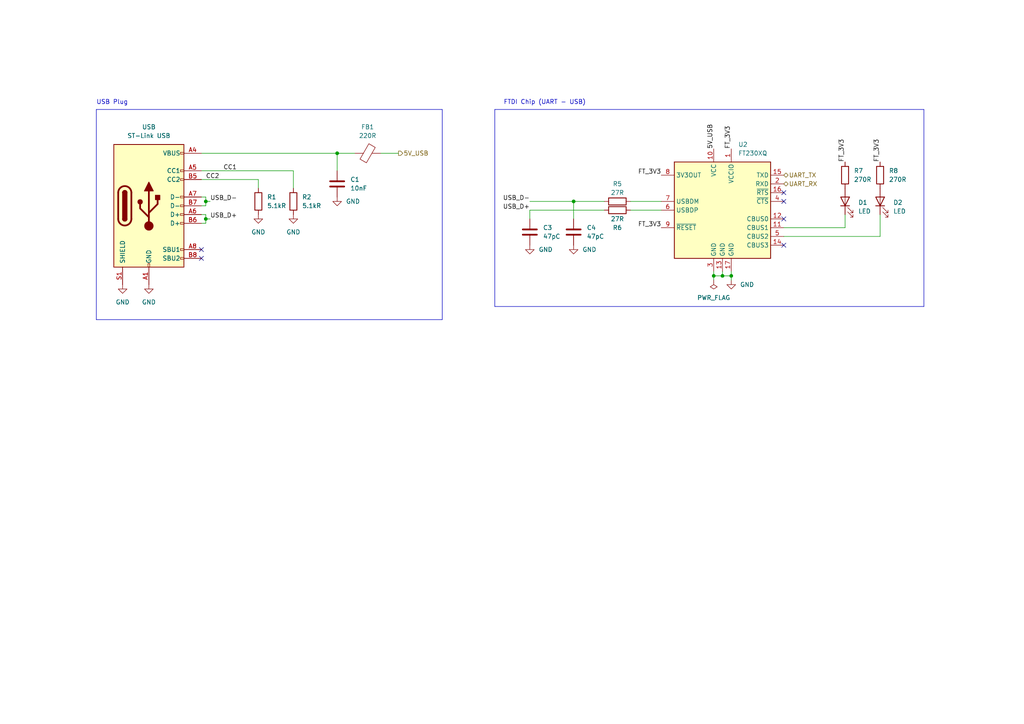
<source format=kicad_sch>
(kicad_sch (version 20221206) (generator eeschema)
  (paper "A4")
  (lib_symbols
    (symbol "Connector:USB_C_Receptacle_USB2.0" (pin_names (offset 1.016))
      (property "Reference" "J" (at -10.16 19.05 0))
      (property "Value" "USB_C_Receptacle_USB2.0" (at 19.05 19.05 0))
      (symbol "USB_C_Receptacle_USB2.0_0_0"
        (rectangle (start -0.254 -17.78) (end 0.254 -16.764))
        (rectangle (start 10.16 -14.986) (end 9.144 -15.494))
        (rectangle (start 10.16 -12.446) (end 9.144 -12.954))
        (rectangle (start 10.16 -4.826) (end 9.144 -5.334))
        (rectangle (start 10.16 -2.286) (end 9.144 -2.794))
        (rectangle (start 10.16 0.254) (end 9.144 -0.254))
        (rectangle (start 10.16 2.794) (end 9.144 2.286))
        (rectangle (start 10.16 7.874) (end 9.144 7.366))
        (rectangle (start 10.16 10.414) (end 9.144 9.906))
        (rectangle (start 10.16 15.494) (end 9.144 14.986))
      )
      (symbol "USB_C_Receptacle_USB2.0_0_1"
        (rectangle (start -10.16 17.78) (end 10.16 -17.78) (stroke (width 0.254)) (fill (type background)))
        (arc (start -8.89 -3.81) (mid -6.985 -5.7067) (end -5.08 -3.81) (stroke (width 0.508)))
        (arc (start -7.62 -3.81) (mid -6.985 -4.4423) (end -6.35 -3.81) (stroke (width 0.254)))
        (arc (start -7.62 -3.81) (mid -6.985 -4.4423) (end -6.35 -3.81) (stroke (width 0.254)) (fill (type outline)))
        (rectangle (start -7.62 -3.81) (end -6.35 3.81) (stroke (width 0.254)) (fill (type outline)))
        (arc (start -6.35 3.81) (mid -6.985 4.4423) (end -7.62 3.81) (stroke (width 0.254)))
        (arc (start -6.35 3.81) (mid -6.985 4.4423) (end -7.62 3.81) (stroke (width 0.254)) (fill (type outline)))
        (arc (start -5.08 3.81) (mid -6.985 5.7067) (end -8.89 3.81) (stroke (width 0.508)))
        (circle (center -2.54 1.143) (radius 0.635) (stroke (width 0.254)) (fill (type outline)))
        (circle (center 0 -5.842) (radius 1.27) (fill (type outline)))
        (polyline (pts (xy -8.89 -3.81) (xy -8.89 3.81)) (stroke (width 0.508)))
        (polyline (pts (xy -5.08 3.81) (xy -5.08 -3.81)) (stroke (width 0.508)))
        (polyline (pts (xy 0 -5.842) (xy 0 4.318)) (stroke (width 0.508)))
        (polyline (pts (xy 0 -3.302) (xy -2.54 -0.762) (xy -2.54 0.508)) (stroke (width 0.508)))
        (polyline (pts (xy 0 -2.032) (xy 2.54 0.508) (xy 2.54 1.778)) (stroke (width 0.508)))
        (polyline (pts (xy -1.27 4.318) (xy 0 6.858) (xy 1.27 4.318) (xy -1.27 4.318)) (stroke (width 0.254)) (fill (type outline)))
        (rectangle (start 1.905 1.778) (end 3.175 3.048) (stroke (width 0.254)) (fill (type outline)))
      )
      (symbol "USB_C_Receptacle_USB2.0_1_1"
        (pin passive line (at 0 -22.86 90) (length 5.08) (name "GND") (number "A1"))
        (pin passive line (at 0 -22.86 90) (length 5.08) hide (name "GND") (number "A12"))
        (pin passive line (at 15.24 15.24 180) (length 5.08) (name "VBUS") (number "A4"))
        (pin bidirectional line (at 15.24 10.16 180) (length 5.08) (name "CC1") (number "A5"))
        (pin bidirectional line (at 15.24 -2.54 180) (length 5.08) (name "D+") (number "A6"))
        (pin bidirectional line (at 15.24 2.54 180) (length 5.08) (name "D-") (number "A7"))
        (pin bidirectional line (at 15.24 -12.7 180) (length 5.08) (name "SBU1") (number "A8"))
        (pin passive line (at 15.24 15.24 180) (length 5.08) hide (name "VBUS") (number "A9"))
        (pin passive line (at 0 -22.86 90) (length 5.08) hide (name "GND") (number "B1"))
        (pin passive line (at 0 -22.86 90) (length 5.08) hide (name "GND") (number "B12"))
        (pin passive line (at 15.24 15.24 180) (length 5.08) hide (name "VBUS") (number "B4"))
        (pin bidirectional line (at 15.24 7.62 180) (length 5.08) (name "CC2") (number "B5"))
        (pin bidirectional line (at 15.24 -5.08 180) (length 5.08) (name "D+") (number "B6"))
        (pin bidirectional line (at 15.24 0 180) (length 5.08) (name "D-") (number "B7"))
        (pin bidirectional line (at 15.24 -15.24 180) (length 5.08) (name "SBU2") (number "B8"))
        (pin passive line (at 15.24 15.24 180) (length 5.08) hide (name "VBUS") (number "B9"))
        (pin passive line (at -7.62 -22.86 90) (length 5.08) (name "SHIELD") (number "S1"))
      )
    )
    (symbol "Device:C" (pin_numbers hide) (pin_names (offset 0.254))
      (property "Reference" "C" (at 0.635 2.54 0))
      (property "Value" "C" (at 0.635 -2.54 0))
      (symbol "C_0_1"
        (polyline (pts (xy -2.032 -0.762) (xy 2.032 -0.762)) (stroke (width 0.508)))
        (polyline (pts (xy -2.032 0.762) (xy 2.032 0.762)) (stroke (width 0.508)))
      )
      (symbol "C_1_1"
        (pin passive line (at 0 3.81 270) (length 2.794) (name "~") (number "1"))
        (pin passive line (at 0 -3.81 90) (length 2.794) (name "~") (number "2"))
      )
    )
    (symbol "Device:FerriteBead" (pin_numbers hide) (pin_names (offset 0))
      (property "Reference" "FB" (at -3.81 0.635 90))
      (property "Value" "FerriteBead" (at 3.81 0 90))
      (symbol "FerriteBead_0_1"
        (polyline (pts (xy 0 -1.27) (xy 0 -1.2192)))
        (polyline (pts (xy 0 1.27) (xy 0 1.2954)))
        (polyline (pts (xy -2.7686 0.4064) (xy -1.7018 2.2606) (xy 2.7686 -0.3048) (xy 1.6764 -2.159) (xy -2.7686 0.4064)))
      )
      (symbol "FerriteBead_1_1"
        (pin passive line (at 0 3.81 270) (length 2.54) (name "~") (number "1"))
        (pin passive line (at 0 -3.81 90) (length 2.54) (name "~") (number "2"))
      )
    )
    (symbol "Device:LED" (pin_numbers hide) (pin_names (offset 1.016) hide)
      (property "Reference" "D" (at 0 2.54 0))
      (property "Value" "LED" (at 0 -2.54 0))
      (symbol "LED_0_1"
        (polyline (pts (xy -1.27 -1.27) (xy -1.27 1.27)) (stroke (width 0.254)))
        (polyline (pts (xy -1.27 0) (xy 1.27 0)))
        (polyline (pts (xy 1.27 -1.27) (xy 1.27 1.27) (xy -1.27 0) (xy 1.27 -1.27)) (stroke (width 0.254)))
        (polyline (pts (xy -3.048 -0.762) (xy -4.572 -2.286) (xy -3.81 -2.286) (xy -4.572 -2.286) (xy -4.572 -1.524)))
        (polyline (pts (xy -1.778 -0.762) (xy -3.302 -2.286) (xy -2.54 -2.286) (xy -3.302 -2.286) (xy -3.302 -1.524)))
      )
      (symbol "LED_1_1"
        (pin passive line (at -3.81 0 0) (length 2.54) (name "K") (number "1"))
        (pin passive line (at 3.81 0 180) (length 2.54) (name "A") (number "2"))
      )
    )
    (symbol "Device:R" (pin_numbers hide) (pin_names (offset 0))
      (property "Reference" "R" (at 2.032 0 90))
      (property "Value" "R" (at 0 0 90))
      (symbol "R_0_1"
        (rectangle (start -1.016 -2.54) (end 1.016 2.54) (stroke (width 0.254)))
      )
      (symbol "R_1_1"
        (pin passive line (at 0 3.81 270) (length 1.27) (name "~") (number "1"))
        (pin passive line (at 0 -3.81 90) (length 1.27) (name "~") (number "2"))
      )
    )
    (symbol "Interface_USB:FT230XQ"
      (property "Reference" "U" (at -13.97 15.24 0))
      (property "Value" "FT230XQ" (at 7.62 15.24 0))
      (symbol "FT230XQ_0_1"
        (rectangle (start -13.97 13.97) (end 13.97 -13.97) (stroke (width 0.254)) (fill (type background)))
      )
      (symbol "FT230XQ_1_1"
        (pin power_in line (at 2.54 17.78 270) (length 3.81) (name "VCCIO") (number "1"))
        (pin power_in line (at -2.54 17.78 270) (length 3.81) (name "VCC") (number "10"))
        (pin bidirectional line (at 17.78 -5.08 180) (length 3.81) (name "CBUS1") (number "11"))
        (pin bidirectional line (at 17.78 -2.54 180) (length 3.81) (name "CBUS0") (number "12"))
        (pin power_in line (at 0 -17.78 90) (length 3.81) (name "GND") (number "13"))
        (pin bidirectional line (at 17.78 -10.16 180) (length 3.81) (name "CBUS3") (number "14"))
        (pin output line (at 17.78 10.16 180) (length 3.81) (name "TXD") (number "15"))
        (pin output line (at 17.78 5.08 180) (length 3.81) (name "~{RTS}") (number "16"))
        (pin power_in line (at 2.54 -17.78 90) (length 3.81) (name "GND") (number "17"))
        (pin input line (at 17.78 7.62 180) (length 3.81) (name "RXD") (number "2"))
        (pin power_in line (at -2.54 -17.78 90) (length 3.81) (name "GND") (number "3"))
        (pin input line (at 17.78 2.54 180) (length 3.81) (name "~{CTS}") (number "4"))
        (pin bidirectional line (at 17.78 -7.62 180) (length 3.81) (name "CBUS2") (number "5"))
        (pin bidirectional line (at -17.78 0 0) (length 3.81) (name "USBDP") (number "6"))
        (pin bidirectional line (at -17.78 2.54 0) (length 3.81) (name "USBDM") (number "7"))
        (pin power_out line (at -17.78 10.16 0) (length 3.81) (name "3V3OUT") (number "8"))
        (pin input line (at -17.78 -5.08 0) (length 3.81) (name "~{RESET}") (number "9"))
      )
    )
    (symbol "power:GND" (power) (pin_names (offset 0))
      (property "Value" "GND" (at 0 -3.81 0))
      (symbol "GND_0_1"
        (polyline (pts (xy 0 0) (xy 0 -1.27) (xy 1.27 -1.27) (xy 0 -2.54) (xy -1.27 -1.27) (xy 0 -1.27)))
      )
      (symbol "GND_1_1"
        (pin power_in line (at 0 0 270) (length 0) hide (name "GND") (number "1"))
      )
    )
    (symbol "power:PWR_FLAG" (power) (pin_numbers hide) (pin_names (offset 0) hide)
      (property "Value" "PWR_FLAG" (at 0 3.81 0))
      (symbol "PWR_FLAG_0_0"
        (pin power_out line (at 0 0 90) (length 0) (name "pwr") (number "1"))
      )
      (symbol "PWR_FLAG_0_1"
        (polyline (pts (xy 0 0) (xy 0 1.27) (xy -1.016 1.905) (xy 0 2.54) (xy 1.016 1.905) (xy 0 1.27)))
      )
    )
  )
  (junction (at 166.37 58.42))
  (junction (at 209.55 80.01))
  (junction (at 59.69 58.42))
  (junction (at 212.09 80.01))
  (junction (at 97.79 44.45))
  (junction (at 59.69 63.5))
  (junction (at 207.01 80.01))
  (no_connect (at 58.42 72.39))
  (no_connect (at 227.33 55.88))
  (no_connect (at 227.33 63.5))
  (no_connect (at 58.42 74.93))
  (no_connect (at 227.33 71.12))
  (no_connect (at 227.33 58.42))
  (wire (pts (xy 58.42 62.23) (xy 59.69 62.23)))
  (wire (pts (xy 207.01 80.01) (xy 209.55 80.01)))
  (wire (pts (xy 175.26 60.96) (xy 153.67 60.96)))
  (polyline (pts (xy 27.94 31.75) (xy 128.27 31.75)))
  (wire (pts (xy 74.93 54.61) (xy 74.93 52.07)))
  (wire (pts (xy 209.55 78.74) (xy 209.55 80.01)))
  (polyline (pts (xy 143.51 31.75) (xy 143.51 88.9)))
  (wire (pts (xy 182.88 58.42) (xy 191.77 58.42)))
  (wire (pts (xy 85.09 49.53) (xy 85.09 54.61)))
  (wire (pts (xy 153.67 60.96) (xy 153.67 63.5)))
  (wire (pts (xy 59.69 58.42) (xy 60.96 58.42)))
  (wire (pts (xy 59.69 57.15) (xy 58.42 57.15)))
  (wire (pts (xy 175.26 58.42) (xy 166.37 58.42)))
  (wire (pts (xy 153.67 58.42) (xy 166.37 58.42)))
  (wire (pts (xy 207.01 78.74) (xy 207.01 80.01)))
  (wire (pts (xy 97.79 44.45) (xy 102.87 44.45)))
  (wire (pts (xy 212.09 80.01) (xy 212.09 78.74)))
  (polyline (pts (xy 267.97 88.9) (xy 143.51 88.9)))
  (wire (pts (xy 110.49 44.45) (xy 115.57 44.45)))
  (wire (pts (xy 59.69 63.5) (xy 59.69 64.77)))
  (wire (pts (xy 227.33 68.58) (xy 255.27 68.58)))
  (polyline (pts (xy 27.94 31.75) (xy 27.94 92.71)))
  (wire (pts (xy 58.42 44.45) (xy 97.79 44.45)))
  (polyline (pts (xy 267.97 31.75) (xy 267.97 88.9)))
  (wire (pts (xy 182.88 60.96) (xy 191.77 60.96)))
  (wire (pts (xy 207.01 80.01) (xy 207.01 81.28)))
  (wire (pts (xy 212.09 80.01) (xy 212.09 81.28)))
  (polyline (pts (xy 143.51 31.75) (xy 267.97 31.75)))
  (wire (pts (xy 255.27 68.58) (xy 255.27 62.23)))
  (wire (pts (xy 97.79 49.53) (xy 97.79 44.45)))
  (wire (pts (xy 59.69 57.15) (xy 59.69 58.42)))
  (wire (pts (xy 59.69 63.5) (xy 60.96 63.5)))
  (wire (pts (xy 245.11 66.04) (xy 245.11 62.23)))
  (wire (pts (xy 59.69 58.42) (xy 59.69 59.69)))
  (polyline (pts (xy 128.27 92.71) (xy 27.94 92.71)))
  (polyline (pts (xy 128.27 31.75) (xy 128.27 92.71)))
  (wire (pts (xy 166.37 58.42) (xy 166.37 63.5)))
  (wire (pts (xy 227.33 66.04) (xy 245.11 66.04)))
  (wire (pts (xy 209.55 80.01) (xy 212.09 80.01)))
  (wire (pts (xy 58.42 49.53) (xy 85.09 49.53)))
  (wire (pts (xy 58.42 64.77) (xy 59.69 64.77)))
  (wire (pts (xy 58.42 52.07) (xy 74.93 52.07)))
  (wire (pts (xy 59.69 62.23) (xy 59.69 63.5)))
  (wire (pts (xy 58.42 59.69) (xy 59.69 59.69)))
  (text "USB Plug" (at 27.94 30.48 0) (effects (font (size 1.27 1.27)) (justify left bottom)))
  (text "FTDI Chip (UART - USB)" (at 146.05 30.48 0) (effects (font (size 1.27 1.27)) (justify left bottom)))
  (label "FT_3V3" (at 245.11 46.99 90))
  (label "USB_D+" (at 153.67 60.96 180))
  (label "FT_3V3" (at 255.27 46.99 90))
  (label "USB_D-" (at 60.96 58.42 0))
  (label "FT_3V3" (at 212.09 43.18 90))
  (label "CC1" (at 64.77 49.53 0))
  (label "USB_D+" (at 60.96 63.5 0))
  (label "FT_3V3" (at 191.77 50.8 180))
  (label "CC2" (at 59.69 52.07 0))
  (label "5V_USB" (at 207.01 43.18 90))
  (label "USB_D-" (at 153.67 58.42 180))
  (label "FT_3V3" (at 191.77 66.04 180))
  (hierarchical_label "5V_USB" (shape output) (at 115.57 44.45 0))
  (hierarchical_label "UART_TX" (shape bidirectional) (at 227.33 50.8 0))
  (hierarchical_label "UART_RX" (shape bidirectional) (at 227.33 53.34 0))
  (symbol (lib_id "power:GND") (at 212.09 81.28 0) (unit 1)
    (property "Reference" "#PWR0121" (effects hide))
    (property "Value" "GND" (at 214.63 82.5499 0) (effects (justify left)))
  )
  (symbol (lib_id "Device:LED") (at 245.11 58.42 90) (unit 1)
    (property "Reference" "D1" (at 248.92 58.7374 90) (effects (justify right)))
    (property "Value" "LED" (at 248.92 61.2774 90) (effects (justify right)))
  )
  (symbol (lib_id "power:GND") (at 43.18 82.55 0) (unit 1)
    (property "Reference" "#PWR0119" (effects hide))
    (property "Value" "GND" (at 43.18 87.63 0))
  )
  (symbol (lib_id "power:GND") (at 35.56 82.55 0) (unit 1)
    (property "Reference" "#PWR0120" (effects hide))
    (property "Value" "GND" (at 35.56 87.63 0))
  )
  (symbol (lib_id "Device:FerriteBead") (at 106.68 44.45 90) (unit 1)
    (property "Reference" "FB1" (at 106.6292 36.83 90))
    (property "Value" "220R" (at 106.6292 39.37 90))
  )
  (symbol (lib_id "power:GND") (at 97.79 57.15 0) (unit 1)
    (property "Reference" "#PWR0116" (effects hide))
    (property "Value" "GND" (at 100.33 58.4199 0) (effects (justify left)))
  )
  (symbol (lib_id "Interface_USB:FT230XQ") (at 209.55 60.96 0) (unit 1)
    (property "Reference" "U2" (at 214.1094 41.91 0) (effects (justify left)))
    (property "Value" "FT230XQ" (at 214.1094 44.45 0) (effects (justify left)))
    (property "Footprint" "Package_DFN_QFN:QFN-16-1EP_4x4mm_P0.65mm_EP2.1x2.1mm" (effects hide))
    (property "Datasheet" "https://www.ftdichip.com/Support/Documents/DataSheets/ICs/DS_FT230X.pdf" (effects hide))
  )
  (symbol (lib_id "Device:R") (at 179.07 58.42 90) (unit 1)
    (property "Reference" "R5" (at 179.07 53.34 90))
    (property "Value" "27R" (at 179.07 55.88 90))
  )
  (symbol (lib_id "Device:R") (at 179.07 60.96 270) (unit 1)
    (property "Reference" "R6" (at 179.07 66.04 90))
    (property "Value" "27R" (at 179.07 63.5 90))
  )
  (symbol (lib_id "power:GND") (at 74.93 62.23 0) (unit 1)
    (property "Reference" "#PWR0118" (effects hide))
    (property "Value" "GND" (at 74.93 67.31 0))
  )
  (symbol (lib_id "Device:C") (at 166.37 67.31 0) (unit 1)
    (property "Reference" "C4" (at 170.18 66.0399 0) (effects (justify left)))
    (property "Value" "47pC" (at 170.18 68.5799 0) (effects (justify left)))
  )
  (symbol (lib_id "Connector:USB_C_Receptacle_USB2.0") (at 43.18 59.69 0) (unit 1)
    (property "Reference" "USB" (at 43.18 36.83 0))
    (property "Value" "ST-Link USB" (at 43.18 39.37 0))
    (property "Footprint" "Skyward library:USB4105-GF-A" (effects hide))
    (property "Datasheet" "https://www.usb.org/sites/default/files/documents/usb_type-c.zip" (effects hide))
  )
  (symbol (lib_id "Device:R") (at 245.11 50.8 0) (unit 1)
    (property "Reference" "R7" (at 247.65 49.5299 0) (effects (justify left)))
    (property "Value" "270R" (at 247.65 52.0699 0) (effects (justify left)))
  )
  (symbol (lib_id "Device:LED") (at 255.27 58.42 90) (unit 1)
    (property "Reference" "D2" (at 259.08 58.7374 90) (effects (justify right)))
    (property "Value" "LED" (at 259.08 61.2774 90) (effects (justify right)))
  )
  (symbol (lib_id "power:GND") (at 153.67 71.12 0) (unit 1)
    (property "Reference" "#PWR0122" (effects hide))
    (property "Value" "GND" (at 156.21 72.3899 0) (effects (justify left)))
  )
  (symbol (lib_id "Device:R") (at 85.09 58.42 180) (unit 1)
    (property "Reference" "R2" (at 87.63 57.1499 0) (effects (justify right)))
    (property "Value" "5.1kR" (at 87.63 59.6899 0) (effects (justify right)))
  )
  (symbol (lib_id "power:GND") (at 166.37 71.12 0) (unit 1)
    (property "Reference" "#PWR0123" (effects hide))
    (property "Value" "GND" (at 168.91 72.3899 0) (effects (justify left)))
  )
  (symbol (lib_id "power:GND") (at 85.09 62.23 0) (unit 1)
    (property "Reference" "#PWR0117" (effects hide))
    (property "Value" "GND" (at 85.09 67.31 0))
  )
  (symbol (lib_id "Device:C") (at 153.67 67.31 0) (unit 1)
    (property "Reference" "C3" (at 157.48 66.0399 0) (effects (justify left)))
    (property "Value" "47pC" (at 157.48 68.5799 0) (effects (justify left)))
  )
  (symbol (lib_id "Device:R") (at 255.27 50.8 0) (unit 1)
    (property "Reference" "R8" (at 257.81 49.5299 0) (effects (justify left)))
    (property "Value" "270R" (at 257.81 52.0699 0) (effects (justify left)))
  )
  (symbol (lib_id "Device:C") (at 97.79 53.34 0) (unit 1)
    (property "Reference" "C1" (at 101.6 52.0699 0) (effects (justify left)))
    (property "Value" "10nF" (at 101.6 54.6099 0) (effects (justify left)))
  )
  (symbol (lib_id "power:PWR_FLAG") (at 207.01 81.28 180) (unit 1)
    (property "Reference" "#FLG0101" (effects hide))
    (property "Value" "PWR_FLAG" (at 207.01 86.36 0))
  )
  (symbol (lib_id "Device:R") (at 74.93 58.42 0) (unit 1)
    (property "Reference" "R1" (at 77.47 57.1499 0) (effects (justify left)))
    (property "Value" "5.1kR" (at 77.47 59.6899 0) (effects (justify left)))
  )
)
</source>
